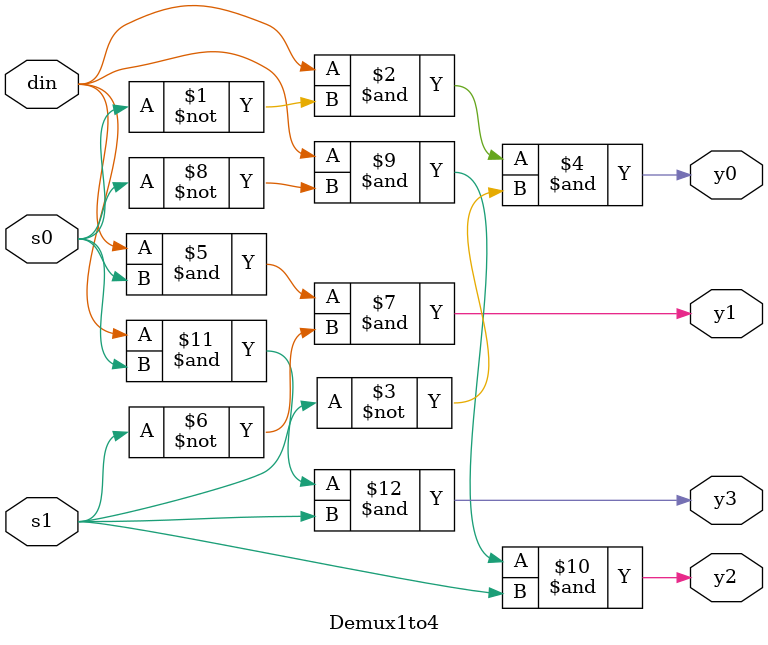
<source format=v>
module Demux1to4(
  input din, s0, s1,
  output y0, y1, y2, y3);

  assign y0 = din&(~s0)&(~s1); 
  assign y1 = din&(s0)&(~s1);
  assign y2 = din&(~s0)&(s1); 
  assign y3 = din&(s0)&(s1);

endmodule


</source>
